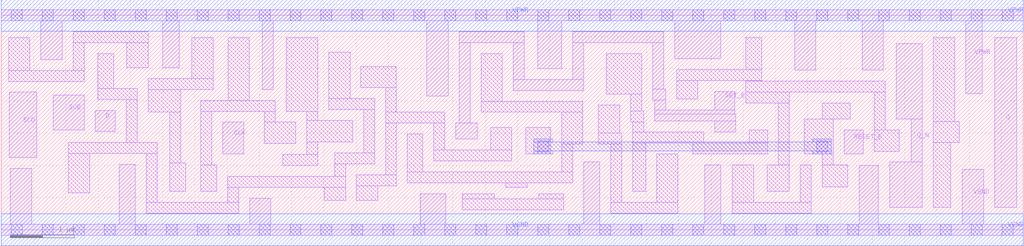
<source format=lef>
# Copyright 2020 The SkyWater PDK Authors
#
# Licensed under the Apache License, Version 2.0 (the "License");
# you may not use this file except in compliance with the License.
# You may obtain a copy of the License at
#
#     https://www.apache.org/licenses/LICENSE-2.0
#
# Unless required by applicable law or agreed to in writing, software
# distributed under the License is distributed on an "AS IS" BASIS,
# WITHOUT WARRANTIES OR CONDITIONS OF ANY KIND, either express or implied.
# See the License for the specific language governing permissions and
# limitations under the License.
#
# SPDX-License-Identifier: Apache-2.0

VERSION 5.7 ;
  NAMESCASESENSITIVE ON ;
  NOWIREEXTENSIONATPIN ON ;
  DIVIDERCHAR "/" ;
  BUSBITCHARS "[]" ;
UNITS
  DATABASE MICRONS 200 ;
END UNITS
MACRO sky130_fd_sc_ms__sdfbbp_1
  CLASS CORE ;
  SOURCE USER ;
  FOREIGN sky130_fd_sc_ms__sdfbbp_1 ;
  ORIGIN  0.000000  0.000000 ;
  SIZE  15.84000 BY  3.330000 ;
  SYMMETRY X Y ;
  SITE unit ;
  PIN D
    ANTENNAGATEAREA  0.178200 ;
    DIRECTION INPUT ;
    USE SIGNAL ;
    PORT
      LAYER li1 ;
        RECT 1.455000 1.525000 1.765000 1.855000 ;
    END
  END D
  PIN Q
    ANTENNADIFFAREA  0.513300 ;
    DIRECTION OUTPUT ;
    USE SIGNAL ;
    PORT
      LAYER li1 ;
        RECT 15.395000 0.350000 15.735000 2.980000 ;
    END
  END Q
  PIN Q_N
    ANTENNADIFFAREA  0.502100 ;
    DIRECTION OUTPUT ;
    USE SIGNAL ;
    PORT
      LAYER li1 ;
        RECT 13.770000 0.350000 14.275000 1.050000 ;
        RECT 13.870000 1.720000 14.275000 2.890000 ;
        RECT 14.105000 1.050000 14.275000 1.720000 ;
    END
  END Q_N
  PIN RESET_B
    ANTENNAGATEAREA  0.178200 ;
    DIRECTION INPUT ;
    USE SIGNAL ;
    PORT
      LAYER li1 ;
        RECT 13.065000 1.180000 13.360000 1.550000 ;
    END
  END RESET_B
  PIN SCD
    ANTENNAGATEAREA  0.178200 ;
    DIRECTION INPUT ;
    USE SIGNAL ;
    PORT
      LAYER li1 ;
        RECT 0.125000 1.125000 0.550000 2.135000 ;
    END
  END SCD
  PIN SCE
    ANTENNAGATEAREA  0.356400 ;
    DIRECTION INPUT ;
    USE SIGNAL ;
    PORT
      LAYER li1 ;
        RECT 0.805000 1.550000 1.285000 2.095000 ;
    END
  END SCE
  PIN SET_B
    ANTENNAGATEAREA  0.524700 ;
    DIRECTION INPUT ;
    USE SIGNAL ;
    PORT
      LAYER li1 ;
        RECT  7.045000 1.410000  7.375000 1.655000 ;
        RECT  7.095000 1.655000  7.265000 2.905000 ;
        RECT  7.095000 2.905000  8.105000 3.075000 ;
        RECT  7.935000 2.165000  9.025000 2.335000 ;
        RECT  7.935000 2.335000  8.105000 2.905000 ;
        RECT  8.855000 2.335000  9.025000 2.905000 ;
        RECT  8.855000 2.905000 10.265000 3.075000 ;
        RECT 10.095000 2.015000 10.295000 2.185000 ;
        RECT 10.095000 2.185000 10.265000 2.905000 ;
        RECT 10.125000 1.690000 11.385000 1.800000 ;
        RECT 10.125000 1.800000 11.365000 1.860000 ;
        RECT 10.125000 1.860000 10.295000 2.015000 ;
        RECT 11.055000 1.520000 11.385000 1.690000 ;
        RECT 11.055000 1.860000 11.365000 2.150000 ;
    END
  END SET_B
  PIN CLK
    ANTENNAGATEAREA  0.312600 ;
    DIRECTION INPUT ;
    USE CLOCK ;
    PORT
      LAYER li1 ;
        RECT 3.430000 1.180000 3.760000 1.670000 ;
    END
  END CLK
  PIN VGND
    DIRECTION INOUT ;
    USE GROUND ;
    PORT
      LAYER li1 ;
        RECT  0.000000 -0.085000 15.840000 0.085000 ;
        RECT  0.140000  0.085000  0.470000 0.955000 ;
        RECT  1.830000  0.085000  2.080000 1.015000 ;
        RECT  3.850000  0.085000  4.180000 0.490000 ;
        RECT  6.490000  0.085000  6.885000 0.560000 ;
        RECT  9.025000  0.085000  9.275000 1.050000 ;
        RECT 10.900000  0.085000 11.150000 1.010000 ;
        RECT 13.295000  0.085000 13.590000 1.000000 ;
        RECT 14.895000  0.085000 15.225000 0.940000 ;
      LAYER mcon ;
        RECT  0.155000 -0.085000  0.325000 0.085000 ;
        RECT  0.635000 -0.085000  0.805000 0.085000 ;
        RECT  1.115000 -0.085000  1.285000 0.085000 ;
        RECT  1.595000 -0.085000  1.765000 0.085000 ;
        RECT  2.075000 -0.085000  2.245000 0.085000 ;
        RECT  2.555000 -0.085000  2.725000 0.085000 ;
        RECT  3.035000 -0.085000  3.205000 0.085000 ;
        RECT  3.515000 -0.085000  3.685000 0.085000 ;
        RECT  3.995000 -0.085000  4.165000 0.085000 ;
        RECT  4.475000 -0.085000  4.645000 0.085000 ;
        RECT  4.955000 -0.085000  5.125000 0.085000 ;
        RECT  5.435000 -0.085000  5.605000 0.085000 ;
        RECT  5.915000 -0.085000  6.085000 0.085000 ;
        RECT  6.395000 -0.085000  6.565000 0.085000 ;
        RECT  6.875000 -0.085000  7.045000 0.085000 ;
        RECT  7.355000 -0.085000  7.525000 0.085000 ;
        RECT  7.835000 -0.085000  8.005000 0.085000 ;
        RECT  8.315000 -0.085000  8.485000 0.085000 ;
        RECT  8.795000 -0.085000  8.965000 0.085000 ;
        RECT  9.275000 -0.085000  9.445000 0.085000 ;
        RECT  9.755000 -0.085000  9.925000 0.085000 ;
        RECT 10.235000 -0.085000 10.405000 0.085000 ;
        RECT 10.715000 -0.085000 10.885000 0.085000 ;
        RECT 11.195000 -0.085000 11.365000 0.085000 ;
        RECT 11.675000 -0.085000 11.845000 0.085000 ;
        RECT 12.155000 -0.085000 12.325000 0.085000 ;
        RECT 12.635000 -0.085000 12.805000 0.085000 ;
        RECT 13.115000 -0.085000 13.285000 0.085000 ;
        RECT 13.595000 -0.085000 13.765000 0.085000 ;
        RECT 14.075000 -0.085000 14.245000 0.085000 ;
        RECT 14.555000 -0.085000 14.725000 0.085000 ;
        RECT 15.035000 -0.085000 15.205000 0.085000 ;
        RECT 15.515000 -0.085000 15.685000 0.085000 ;
      LAYER met1 ;
        RECT 0.000000 -0.245000 15.840000 0.245000 ;
    END
  END VGND
  PIN VPWR
    DIRECTION INOUT ;
    USE POWER ;
    PORT
      LAYER li1 ;
        RECT  0.000000 3.245000 15.840000 3.415000 ;
        RECT  0.615000 2.645000  0.945000 3.245000 ;
        RECT  2.505000 2.520000  2.755000 3.245000 ;
        RECT  4.045000 2.180000  4.215000 3.245000 ;
        RECT  6.595000 2.075000  6.925000 3.245000 ;
        RECT  8.315000 2.505000  8.685000 3.245000 ;
        RECT 10.435000 2.660000 11.150000 3.245000 ;
        RECT 12.295000 2.480000 12.625000 3.245000 ;
        RECT 13.340000 2.480000 13.670000 3.245000 ;
        RECT 14.945000 2.115000 15.205000 3.245000 ;
      LAYER mcon ;
        RECT  0.155000 3.245000  0.325000 3.415000 ;
        RECT  0.635000 3.245000  0.805000 3.415000 ;
        RECT  1.115000 3.245000  1.285000 3.415000 ;
        RECT  1.595000 3.245000  1.765000 3.415000 ;
        RECT  2.075000 3.245000  2.245000 3.415000 ;
        RECT  2.555000 3.245000  2.725000 3.415000 ;
        RECT  3.035000 3.245000  3.205000 3.415000 ;
        RECT  3.515000 3.245000  3.685000 3.415000 ;
        RECT  3.995000 3.245000  4.165000 3.415000 ;
        RECT  4.475000 3.245000  4.645000 3.415000 ;
        RECT  4.955000 3.245000  5.125000 3.415000 ;
        RECT  5.435000 3.245000  5.605000 3.415000 ;
        RECT  5.915000 3.245000  6.085000 3.415000 ;
        RECT  6.395000 3.245000  6.565000 3.415000 ;
        RECT  6.875000 3.245000  7.045000 3.415000 ;
        RECT  7.355000 3.245000  7.525000 3.415000 ;
        RECT  7.835000 3.245000  8.005000 3.415000 ;
        RECT  8.315000 3.245000  8.485000 3.415000 ;
        RECT  8.795000 3.245000  8.965000 3.415000 ;
        RECT  9.275000 3.245000  9.445000 3.415000 ;
        RECT  9.755000 3.245000  9.925000 3.415000 ;
        RECT 10.235000 3.245000 10.405000 3.415000 ;
        RECT 10.715000 3.245000 10.885000 3.415000 ;
        RECT 11.195000 3.245000 11.365000 3.415000 ;
        RECT 11.675000 3.245000 11.845000 3.415000 ;
        RECT 12.155000 3.245000 12.325000 3.415000 ;
        RECT 12.635000 3.245000 12.805000 3.415000 ;
        RECT 13.115000 3.245000 13.285000 3.415000 ;
        RECT 13.595000 3.245000 13.765000 3.415000 ;
        RECT 14.075000 3.245000 14.245000 3.415000 ;
        RECT 14.555000 3.245000 14.725000 3.415000 ;
        RECT 15.035000 3.245000 15.205000 3.415000 ;
        RECT 15.515000 3.245000 15.685000 3.415000 ;
      LAYER met1 ;
        RECT 0.000000 3.085000 15.840000 3.575000 ;
    END
  END VPWR
  OBS
    LAYER li1 ;
      RECT  0.115000 2.305000  1.285000 2.475000 ;
      RECT  0.115000 2.475000  0.445000 2.980000 ;
      RECT  1.040000 0.575000  1.370000 1.185000 ;
      RECT  1.040000 1.185000  2.420000 1.355000 ;
      RECT  1.115000 2.475000  1.285000 2.905000 ;
      RECT  1.115000 2.905000  2.275000 3.075000 ;
      RECT  1.495000 2.025000  2.105000 2.195000 ;
      RECT  1.495000 2.195000  1.745000 2.735000 ;
      RECT  1.935000 1.355000  2.105000 2.025000 ;
      RECT  1.945000 2.520000  2.275000 2.905000 ;
      RECT  2.250000 0.255000  3.680000 0.425000 ;
      RECT  2.250000 0.425000  2.420000 1.185000 ;
      RECT  2.275000 1.830000  2.780000 2.180000 ;
      RECT  2.275000 2.180000  3.285000 2.350000 ;
      RECT  2.610000 0.595000  2.860000 1.035000 ;
      RECT  2.610000 1.035000  2.780000 1.830000 ;
      RECT  2.955000 2.350000  3.285000 2.980000 ;
      RECT  3.090000 0.595000  3.340000 1.010000 ;
      RECT  3.090000 1.010000  3.260000 1.840000 ;
      RECT  3.090000 1.840000  4.245000 2.010000 ;
      RECT  3.510000 0.425000  3.680000 0.660000 ;
      RECT  3.510000 0.660000  5.335000 0.830000 ;
      RECT  3.515000 2.010000  3.845000 2.980000 ;
      RECT  4.075000 1.340000  4.565000 1.670000 ;
      RECT  4.075000 1.670000  4.245000 1.840000 ;
      RECT  4.360000 1.000000  4.905000 1.170000 ;
      RECT  4.415000 1.840000  4.905000 2.980000 ;
      RECT  4.735000 1.170000  4.905000 1.365000 ;
      RECT  4.735000 1.365000  5.445000 1.695000 ;
      RECT  4.735000 1.695000  4.905000 1.840000 ;
      RECT  5.005000 0.460000  5.335000 0.660000 ;
      RECT  5.075000 1.865000  5.785000 2.035000 ;
      RECT  5.075000 2.035000  5.405000 2.755000 ;
      RECT  5.165000 0.830000  5.335000 1.025000 ;
      RECT  5.165000 1.025000  5.785000 1.195000 ;
      RECT  5.505000 0.460000  5.835000 0.685000 ;
      RECT  5.505000 0.685000  6.125000 0.855000 ;
      RECT  5.575000 2.205000  6.125000 2.535000 ;
      RECT  5.615000 1.195000  5.785000 1.865000 ;
      RECT  5.955000 0.855000  6.125000 1.655000 ;
      RECT  5.955000 1.655000  6.875000 1.825000 ;
      RECT  5.955000 1.825000  6.125000 2.205000 ;
      RECT  6.295000 0.730000  8.855000 0.900000 ;
      RECT  6.295000 0.900000  6.535000 1.485000 ;
      RECT  6.705000 1.070000  7.915000 1.240000 ;
      RECT  6.705000 1.240000  6.875000 1.655000 ;
      RECT  7.145000 0.310000  8.715000 0.480000 ;
      RECT  7.145000 0.480000  7.640000 0.560000 ;
      RECT  7.435000 1.825000  9.015000 1.995000 ;
      RECT  7.435000 1.995000  7.765000 2.735000 ;
      RECT  7.585000 1.240000  7.915000 1.585000 ;
      RECT  7.820000 0.655000  8.150000 0.730000 ;
      RECT  8.125000 1.180000  8.515000 1.585000 ;
      RECT  8.330000 0.480000  8.715000 0.560000 ;
      RECT  8.685000 0.900000  8.855000 1.335000 ;
      RECT  8.685000 1.335000  9.015000 1.825000 ;
      RECT  9.255000 1.335000  9.615000 1.505000 ;
      RECT  9.255000 1.505000  9.585000 1.940000 ;
      RECT  9.375000 2.110000  9.925000 2.735000 ;
      RECT  9.445000 0.255000 10.485000 0.425000 ;
      RECT  9.445000 0.425000  9.615000 1.335000 ;
      RECT  9.755000 1.675000  9.955000 1.845000 ;
      RECT  9.755000 1.845000  9.925000 2.110000 ;
      RECT  9.785000 0.595000  9.985000 1.350000 ;
      RECT  9.785000 1.350000 10.885000 1.520000 ;
      RECT  9.785000 1.520000  9.955000 1.675000 ;
      RECT 10.155000 0.425000 10.485000 1.180000 ;
      RECT 10.465000 2.030000 10.795000 2.320000 ;
      RECT 10.465000 2.320000 11.785000 2.490000 ;
      RECT 10.715000 1.180000 11.875000 1.350000 ;
      RECT 11.330000 0.255000 12.555000 0.425000 ;
      RECT 11.330000 0.425000 11.660000 1.010000 ;
      RECT 11.535000 1.970000 12.215000 2.140000 ;
      RECT 11.535000 2.140000 13.700000 2.310000 ;
      RECT 11.535000 2.310000 11.785000 2.320000 ;
      RECT 11.535000 2.490000 11.785000 2.980000 ;
      RECT 11.595000 1.350000 11.875000 1.550000 ;
      RECT 11.870000 0.595000 12.215000 1.010000 ;
      RECT 12.045000 1.010000 12.215000 1.970000 ;
      RECT 12.385000 0.425000 12.555000 1.010000 ;
      RECT 12.445000 1.180000 12.895000 1.720000 ;
      RECT 12.725000 0.670000 13.115000 1.010000 ;
      RECT 12.725000 1.010000 12.895000 1.180000 ;
      RECT 12.725000 1.720000 13.155000 1.970000 ;
      RECT 13.530000 1.220000 13.915000 1.550000 ;
      RECT 13.530000 1.550000 13.700000 2.140000 ;
      RECT 14.445000 0.350000 14.715000 1.355000 ;
      RECT 14.445000 1.355000 14.845000 1.685000 ;
      RECT 14.445000 1.685000 14.775000 2.980000 ;
    LAYER mcon ;
      RECT  8.315000 1.210000  8.485000 1.380000 ;
      RECT 12.635000 1.210000 12.805000 1.380000 ;
    LAYER met1 ;
      RECT  8.255000 1.180000  8.545000 1.225000 ;
      RECT  8.255000 1.225000 12.865000 1.365000 ;
      RECT  8.255000 1.365000  8.545000 1.410000 ;
      RECT 12.575000 1.180000 12.865000 1.225000 ;
      RECT 12.575000 1.365000 12.865000 1.410000 ;
  END
END sky130_fd_sc_ms__sdfbbp_1

</source>
